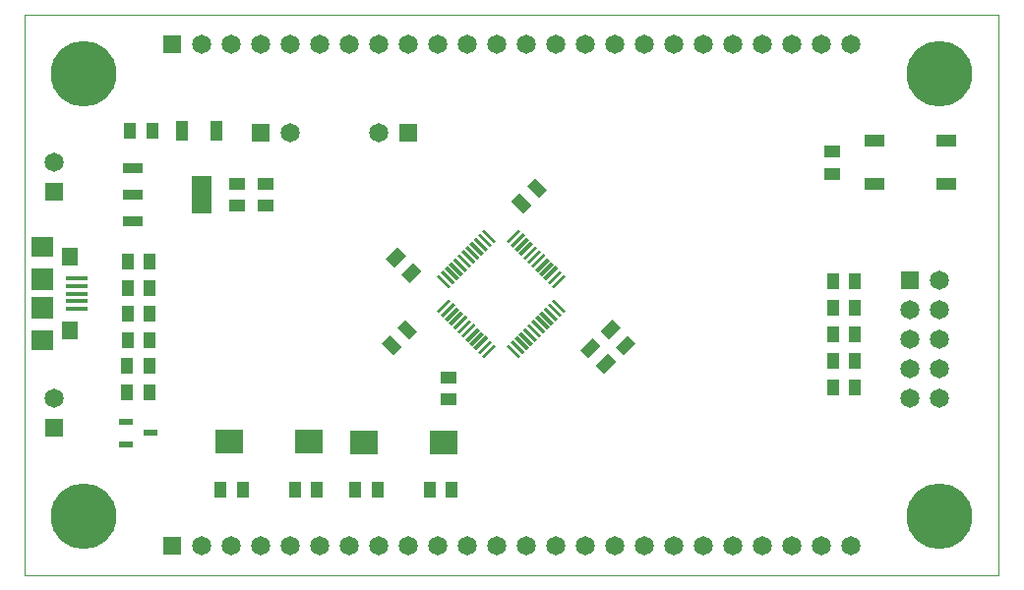
<source format=gts>
%FSLAX34Y34*%
G04 Gerber Fmt 3.4, Leading zero omitted, Abs format*
G04 (created by PCBNEW (2013-10-23 BZR 4410)-product) date Thu 24 Oct 2013 09:27:40 PM EDT*
%MOIN*%
G01*
G70*
G90*
G04 APERTURE LIST*
%ADD10C,0.005906*%
%ADD11C,0.003937*%
%ADD12R,0.057087X0.039370*%
%ADD13R,0.039370X0.057087*%
%ADD14R,0.041339X0.068898*%
%ADD15C,0.222441*%
%ADD16R,0.064961X0.064961*%
%ADD17C,0.064961*%
%ADD18R,0.070866X0.043307*%
%ADD19R,0.051181X0.023622*%
%ADD20R,0.070866X0.035433*%
%ADD21R,0.070866X0.125984*%
%ADD22R,0.096457X0.082677*%
%ADD23R,0.074803X0.015748*%
%ADD24R,0.055118X0.062992*%
%ADD25R,0.074803X0.070866*%
%ADD26R,0.074803X0.074803*%
G04 APERTURE END LIST*
G54D10*
G54D11*
X82000Y-19000D02*
X49000Y-19000D01*
X82000Y-38000D02*
X82000Y-19000D01*
X49000Y-38000D02*
X82000Y-38000D01*
X49000Y-19000D02*
X49000Y-38000D01*
G54D12*
X76362Y-24393D03*
X76362Y-23645D03*
G54D13*
X53228Y-30019D03*
X52480Y-30019D03*
X53228Y-27362D03*
X52480Y-27362D03*
G54D12*
X63370Y-31283D03*
X63370Y-32031D03*
G54D10*
G36*
X65884Y-25727D02*
X65481Y-25323D01*
X65759Y-25045D01*
X66163Y-25449D01*
X65884Y-25727D01*
X65884Y-25727D01*
G37*
G36*
X66413Y-25198D02*
X66010Y-24794D01*
X66288Y-24516D01*
X66692Y-24920D01*
X66413Y-25198D01*
X66413Y-25198D01*
G37*
G36*
X62440Y-27686D02*
X62036Y-28089D01*
X61758Y-27811D01*
X62161Y-27407D01*
X62440Y-27686D01*
X62440Y-27686D01*
G37*
G36*
X61911Y-27157D02*
X61507Y-27560D01*
X61229Y-27282D01*
X61632Y-26878D01*
X61911Y-27157D01*
X61911Y-27157D01*
G37*
G54D13*
X55633Y-35102D03*
X56381Y-35102D03*
X60200Y-35102D03*
X60948Y-35102D03*
G54D10*
G36*
X68492Y-29723D02*
X68896Y-29319D01*
X69174Y-29598D01*
X68771Y-30001D01*
X68492Y-29723D01*
X68492Y-29723D01*
G37*
G36*
X69021Y-30252D02*
X69425Y-29848D01*
X69703Y-30127D01*
X69300Y-30530D01*
X69021Y-30252D01*
X69021Y-30252D01*
G37*
G36*
X61898Y-29319D02*
X62302Y-29723D01*
X62023Y-30001D01*
X61620Y-29598D01*
X61898Y-29319D01*
X61898Y-29319D01*
G37*
G36*
X61369Y-29848D02*
X61773Y-30252D01*
X61495Y-30530D01*
X61091Y-30127D01*
X61369Y-29848D01*
X61369Y-29848D01*
G37*
G54D13*
X58901Y-35102D03*
X58153Y-35102D03*
X63468Y-35102D03*
X62720Y-35102D03*
G54D12*
X57169Y-25476D03*
X57169Y-24728D03*
X56185Y-25476D03*
X56185Y-24728D03*
G54D14*
X54314Y-22937D03*
X55496Y-22937D03*
G54D15*
X80000Y-21000D03*
X80000Y-36000D03*
X51000Y-36000D03*
X51000Y-21000D03*
G54D16*
X50000Y-33000D03*
G54D17*
X50000Y-32000D03*
G54D16*
X57000Y-23000D03*
G54D17*
X58000Y-23000D03*
G54D16*
X50000Y-25000D03*
G54D17*
X50000Y-24000D03*
G54D16*
X62000Y-23000D03*
G54D17*
X61000Y-23000D03*
G54D16*
X79000Y-28000D03*
G54D17*
X80000Y-28000D03*
X79000Y-29000D03*
X80000Y-29000D03*
X79000Y-30000D03*
X80000Y-30000D03*
X79000Y-31000D03*
X80000Y-31000D03*
X79000Y-32000D03*
X80000Y-32000D03*
G54D16*
X54000Y-20000D03*
G54D17*
X55000Y-20000D03*
X56000Y-20000D03*
X57000Y-20000D03*
X58000Y-20000D03*
X59000Y-20000D03*
X60000Y-20000D03*
X61000Y-20000D03*
X62000Y-20000D03*
X63000Y-20000D03*
X64000Y-20000D03*
X65000Y-20000D03*
X66000Y-20000D03*
X67000Y-20000D03*
X68000Y-20000D03*
X69000Y-20000D03*
X70000Y-20000D03*
X71000Y-20000D03*
X72000Y-20000D03*
X73000Y-20000D03*
X74000Y-20000D03*
X75000Y-20000D03*
X76000Y-20000D03*
X77000Y-20000D03*
G54D16*
X54000Y-37000D03*
G54D17*
X55000Y-37000D03*
X56000Y-37000D03*
X57000Y-37000D03*
X58000Y-37000D03*
X59000Y-37000D03*
X60000Y-37000D03*
X61000Y-37000D03*
X62000Y-37000D03*
X63000Y-37000D03*
X64000Y-37000D03*
X65000Y-37000D03*
X66000Y-37000D03*
X67000Y-37000D03*
X68000Y-37000D03*
X69000Y-37000D03*
X70000Y-37000D03*
X71000Y-37000D03*
X72000Y-37000D03*
X73000Y-37000D03*
X74000Y-37000D03*
X75000Y-37000D03*
X76000Y-37000D03*
X77000Y-37000D03*
G54D13*
X52480Y-29133D03*
X53228Y-29133D03*
X52480Y-28248D03*
X53228Y-28248D03*
X52464Y-31795D03*
X53212Y-31795D03*
X53212Y-30909D03*
X52464Y-30909D03*
G54D10*
G36*
X67823Y-30353D02*
X68227Y-29949D01*
X68505Y-30228D01*
X68102Y-30631D01*
X67823Y-30353D01*
X67823Y-30353D01*
G37*
G36*
X68352Y-30882D02*
X68756Y-30478D01*
X69034Y-30756D01*
X68630Y-31160D01*
X68352Y-30882D01*
X68352Y-30882D01*
G37*
G54D13*
X76381Y-29826D03*
X77129Y-29826D03*
X76381Y-28015D03*
X77129Y-28015D03*
X76381Y-31637D03*
X77129Y-31637D03*
X76381Y-28921D03*
X77129Y-28921D03*
X76381Y-30732D03*
X77129Y-30732D03*
X53311Y-22937D03*
X52562Y-22937D03*
G54D18*
X77779Y-23271D03*
X80220Y-23271D03*
X77779Y-24728D03*
X80220Y-24728D03*
G54D19*
X52425Y-32799D03*
X52425Y-33547D03*
X53251Y-33173D03*
G54D20*
X52641Y-24196D03*
X52641Y-25102D03*
X52641Y-26007D03*
G54D21*
X55003Y-25102D03*
G54D10*
G36*
X63032Y-29109D02*
X62949Y-29026D01*
X63353Y-28622D01*
X63436Y-28706D01*
X63032Y-29109D01*
X63032Y-29109D01*
G37*
G36*
X63172Y-29249D02*
X63088Y-29165D01*
X63492Y-28762D01*
X63575Y-28845D01*
X63172Y-29249D01*
X63172Y-29249D01*
G37*
G36*
X63311Y-29388D02*
X63227Y-29304D01*
X63631Y-28901D01*
X63714Y-28984D01*
X63311Y-29388D01*
X63311Y-29388D01*
G37*
G36*
X63450Y-29527D02*
X63367Y-29444D01*
X63770Y-29040D01*
X63854Y-29123D01*
X63450Y-29527D01*
X63450Y-29527D01*
G37*
G36*
X63589Y-29666D02*
X63506Y-29583D01*
X63909Y-29179D01*
X63993Y-29263D01*
X63589Y-29666D01*
X63589Y-29666D01*
G37*
G36*
X63728Y-29805D02*
X63645Y-29722D01*
X64049Y-29318D01*
X64132Y-29402D01*
X63728Y-29805D01*
X63728Y-29805D01*
G37*
G36*
X63868Y-29945D02*
X63784Y-29861D01*
X64188Y-29457D01*
X64271Y-29541D01*
X63868Y-29945D01*
X63868Y-29945D01*
G37*
G36*
X64007Y-30084D02*
X63923Y-30000D01*
X64327Y-29597D01*
X64410Y-29680D01*
X64007Y-30084D01*
X64007Y-30084D01*
G37*
G36*
X64146Y-30223D02*
X64062Y-30140D01*
X64466Y-29736D01*
X64550Y-29819D01*
X64146Y-30223D01*
X64146Y-30223D01*
G37*
G36*
X64285Y-30362D02*
X64202Y-30279D01*
X64605Y-29875D01*
X64689Y-29959D01*
X64285Y-30362D01*
X64285Y-30362D01*
G37*
G36*
X64424Y-30501D02*
X64341Y-30418D01*
X64745Y-30014D01*
X64828Y-30098D01*
X64424Y-30501D01*
X64424Y-30501D01*
G37*
G36*
X64564Y-30641D02*
X64480Y-30557D01*
X64884Y-30153D01*
X64967Y-30237D01*
X64564Y-30641D01*
X64564Y-30641D01*
G37*
G36*
X65719Y-30641D02*
X65315Y-30237D01*
X65399Y-30153D01*
X65802Y-30557D01*
X65719Y-30641D01*
X65719Y-30641D01*
G37*
G36*
X65858Y-30501D02*
X65454Y-30098D01*
X65538Y-30014D01*
X65942Y-30418D01*
X65858Y-30501D01*
X65858Y-30501D01*
G37*
G36*
X65997Y-30362D02*
X65594Y-29959D01*
X65677Y-29875D01*
X66081Y-30279D01*
X65997Y-30362D01*
X65997Y-30362D01*
G37*
G36*
X66136Y-30223D02*
X65733Y-29819D01*
X65816Y-29736D01*
X66220Y-30140D01*
X66136Y-30223D01*
X66136Y-30223D01*
G37*
G36*
X66276Y-30084D02*
X65872Y-29680D01*
X65956Y-29597D01*
X66359Y-30000D01*
X66276Y-30084D01*
X66276Y-30084D01*
G37*
G36*
X66415Y-29945D02*
X66011Y-29541D01*
X66095Y-29457D01*
X66498Y-29861D01*
X66415Y-29945D01*
X66415Y-29945D01*
G37*
G36*
X66554Y-29805D02*
X66150Y-29402D01*
X66234Y-29318D01*
X66638Y-29722D01*
X66554Y-29805D01*
X66554Y-29805D01*
G37*
G36*
X66693Y-29666D02*
X66290Y-29263D01*
X66373Y-29179D01*
X66777Y-29583D01*
X66693Y-29666D01*
X66693Y-29666D01*
G37*
G36*
X66832Y-29527D02*
X66429Y-29123D01*
X66512Y-29040D01*
X66916Y-29444D01*
X66832Y-29527D01*
X66832Y-29527D01*
G37*
G36*
X66972Y-29388D02*
X66568Y-28984D01*
X66651Y-28901D01*
X67055Y-29304D01*
X66972Y-29388D01*
X66972Y-29388D01*
G37*
G36*
X67111Y-29249D02*
X66707Y-28845D01*
X66791Y-28762D01*
X67194Y-29165D01*
X67111Y-29249D01*
X67111Y-29249D01*
G37*
G36*
X67250Y-29109D02*
X66846Y-28706D01*
X66930Y-28622D01*
X67334Y-29026D01*
X67250Y-29109D01*
X67250Y-29109D01*
G37*
G36*
X66930Y-28274D02*
X66846Y-28191D01*
X67250Y-27787D01*
X67334Y-27871D01*
X66930Y-28274D01*
X66930Y-28274D01*
G37*
G36*
X66791Y-28135D02*
X66707Y-28052D01*
X67111Y-27648D01*
X67194Y-27731D01*
X66791Y-28135D01*
X66791Y-28135D01*
G37*
G36*
X66651Y-27996D02*
X66568Y-27912D01*
X66972Y-27509D01*
X67055Y-27592D01*
X66651Y-27996D01*
X66651Y-27996D01*
G37*
G36*
X66512Y-27857D02*
X66429Y-27773D01*
X66832Y-27370D01*
X66916Y-27453D01*
X66512Y-27857D01*
X66512Y-27857D01*
G37*
G36*
X66373Y-27718D02*
X66290Y-27634D01*
X66693Y-27230D01*
X66777Y-27314D01*
X66373Y-27718D01*
X66373Y-27718D01*
G37*
G36*
X66234Y-27578D02*
X66150Y-27495D01*
X66554Y-27091D01*
X66638Y-27175D01*
X66234Y-27578D01*
X66234Y-27578D01*
G37*
G36*
X66095Y-27439D02*
X66011Y-27356D01*
X66415Y-26952D01*
X66498Y-27035D01*
X66095Y-27439D01*
X66095Y-27439D01*
G37*
G36*
X65956Y-27300D02*
X65872Y-27216D01*
X66276Y-26813D01*
X66359Y-26896D01*
X65956Y-27300D01*
X65956Y-27300D01*
G37*
G36*
X65816Y-27161D02*
X65733Y-27077D01*
X66136Y-26674D01*
X66220Y-26757D01*
X65816Y-27161D01*
X65816Y-27161D01*
G37*
G36*
X65677Y-27022D02*
X65594Y-26938D01*
X65997Y-26534D01*
X66081Y-26618D01*
X65677Y-27022D01*
X65677Y-27022D01*
G37*
G36*
X65538Y-26882D02*
X65454Y-26799D01*
X65858Y-26395D01*
X65942Y-26479D01*
X65538Y-26882D01*
X65538Y-26882D01*
G37*
G36*
X65399Y-26743D02*
X65315Y-26660D01*
X65719Y-26256D01*
X65802Y-26340D01*
X65399Y-26743D01*
X65399Y-26743D01*
G37*
G36*
X64884Y-26743D02*
X64480Y-26340D01*
X64564Y-26256D01*
X64967Y-26660D01*
X64884Y-26743D01*
X64884Y-26743D01*
G37*
G36*
X64745Y-26882D02*
X64341Y-26479D01*
X64424Y-26395D01*
X64828Y-26799D01*
X64745Y-26882D01*
X64745Y-26882D01*
G37*
G36*
X64605Y-27022D02*
X64202Y-26618D01*
X64285Y-26534D01*
X64689Y-26938D01*
X64605Y-27022D01*
X64605Y-27022D01*
G37*
G36*
X64466Y-27161D02*
X64062Y-26757D01*
X64146Y-26674D01*
X64550Y-27077D01*
X64466Y-27161D01*
X64466Y-27161D01*
G37*
G36*
X64327Y-27300D02*
X63923Y-26896D01*
X64007Y-26813D01*
X64410Y-27216D01*
X64327Y-27300D01*
X64327Y-27300D01*
G37*
G36*
X64188Y-27439D02*
X63784Y-27035D01*
X63868Y-26952D01*
X64271Y-27356D01*
X64188Y-27439D01*
X64188Y-27439D01*
G37*
G36*
X64049Y-27578D02*
X63645Y-27175D01*
X63728Y-27091D01*
X64132Y-27495D01*
X64049Y-27578D01*
X64049Y-27578D01*
G37*
G36*
X63909Y-27718D02*
X63506Y-27314D01*
X63589Y-27230D01*
X63993Y-27634D01*
X63909Y-27718D01*
X63909Y-27718D01*
G37*
G36*
X63770Y-27857D02*
X63367Y-27453D01*
X63450Y-27370D01*
X63854Y-27773D01*
X63770Y-27857D01*
X63770Y-27857D01*
G37*
G36*
X63631Y-27996D02*
X63227Y-27592D01*
X63311Y-27509D01*
X63714Y-27912D01*
X63631Y-27996D01*
X63631Y-27996D01*
G37*
G36*
X63492Y-28135D02*
X63088Y-27731D01*
X63172Y-27648D01*
X63575Y-28052D01*
X63492Y-28135D01*
X63492Y-28135D01*
G37*
G36*
X63353Y-28274D02*
X62949Y-27871D01*
X63032Y-27787D01*
X63436Y-28191D01*
X63353Y-28274D01*
X63353Y-28274D01*
G37*
G54D22*
X58606Y-33468D03*
X55929Y-33468D03*
X63173Y-33488D03*
X60496Y-33488D03*
G54D23*
X50751Y-27937D03*
X50751Y-28192D03*
X50751Y-28448D03*
X50751Y-28704D03*
X50751Y-28960D03*
G54D24*
X50515Y-27188D03*
X50515Y-29708D03*
G54D25*
X49590Y-26874D03*
X49590Y-30023D03*
G54D26*
X49590Y-27976D03*
X49590Y-28921D03*
M02*

</source>
